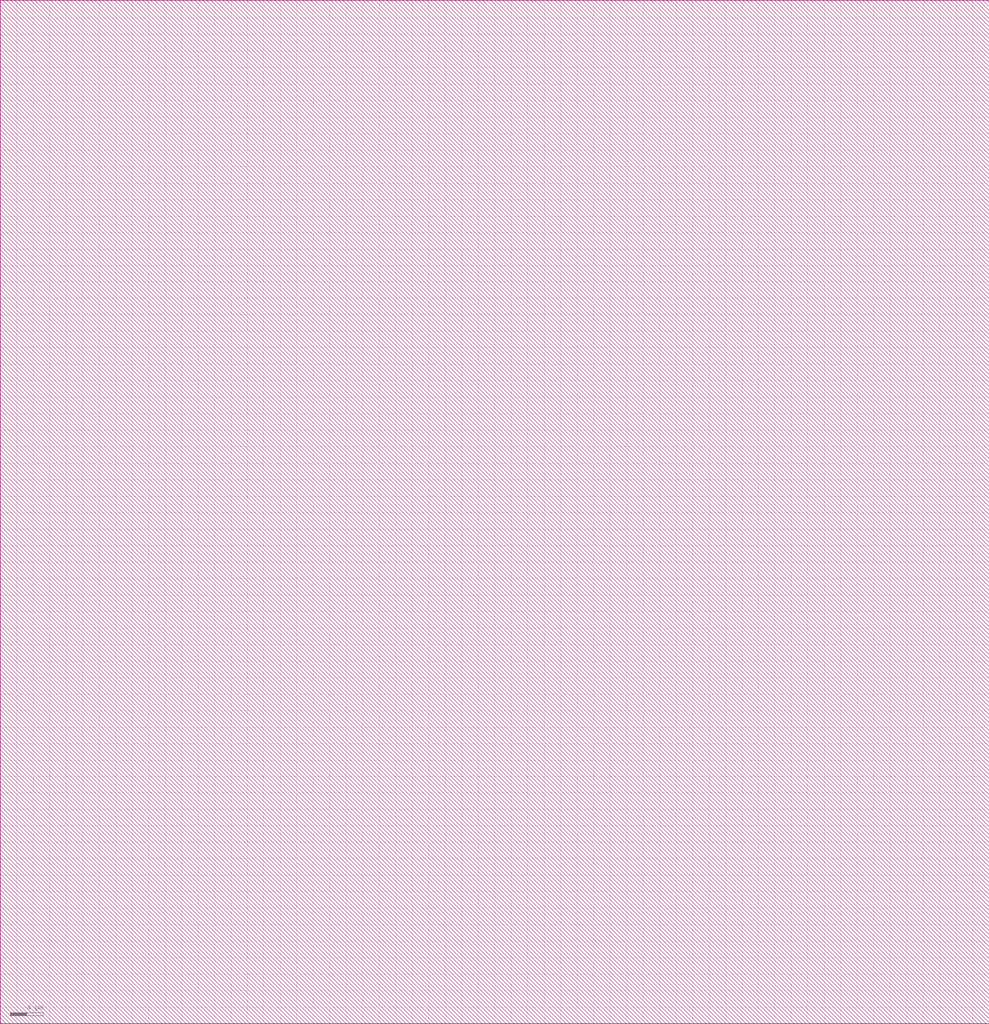
<source format=lef>
VERSION 5.6 ;

BUSBITCHARS "[]" ;

DIVIDERCHAR "/" ;

UNITS
    DATABASE MICRONS 1000 ;
END UNITS

MANUFACTURINGGRID 0.005000 ; 

CLEARANCEMEASURE EUCLIDEAN ; 

USEMINSPACING OBS ON ; 

SITE CoreSite
    CLASS CORE ;
    SIZE 0.600000 BY 0.300000 ;
END CoreSite

LAYER li1
   TYPE ROUTING ;
   DIRECTION VERTICAL ;
   MINWIDTH 0.300000 ;
   AREA 0.056250 ;
   WIDTH 0.300000 ;
   SPACINGTABLE
      PARALLELRUNLENGTH 0.0
      WIDTH 0.0 0.225000 ;
   PITCH 0.600000 0.600000 ;
END li1

LAYER mcon
    TYPE CUT ;
    SPACING 0.225000 ;
    WIDTH 0.300000 ;
    ENCLOSURE ABOVE 0.075000 0.075000 ;
    ENCLOSURE BELOW 0.000000 0.000000 ;
END mcon

LAYER met1
   TYPE ROUTING ;
   DIRECTION HORIZONTAL ;
   MINWIDTH 0.150000 ;
   AREA 0.084375 ;
   WIDTH 0.150000 ;
   SPACINGTABLE
      PARALLELRUNLENGTH 0.0
      WIDTH 0.0 0.150000 ;
   PITCH 0.300000 0.300000 ;
END met1

LAYER v1
    TYPE CUT ;
    SPACING 0.075000 ;
    WIDTH 0.300000 ;
    ENCLOSURE ABOVE 0.075000 0.075000 ;
    ENCLOSURE BELOW 0.075000 0.075000 ;
END v1

LAYER met2
   TYPE ROUTING ;
   DIRECTION VERTICAL ;
   MINWIDTH 0.150000 ;
   AREA 0.073125 ;
   WIDTH 0.150000 ;
   SPACINGTABLE
      PARALLELRUNLENGTH 0.0
      WIDTH 0.0 0.150000 ;
   PITCH 0.300000 0.300000 ;
END met2

LAYER v2
    TYPE CUT ;
    SPACING 0.150000 ;
    WIDTH 0.300000 ;
    ENCLOSURE ABOVE 0.075000 0.075000 ;
    ENCLOSURE BELOW 0.075000 0.000000 ;
END v2

LAYER met3
   TYPE ROUTING ;
   DIRECTION HORIZONTAL ;
   MINWIDTH 0.300000 ;
   AREA 0.241875 ;
   WIDTH 0.300000 ;
   SPACINGTABLE
      PARALLELRUNLENGTH 0.0
      WIDTH 0.0 0.300000 ;
   PITCH 0.600000 0.600000 ;
END met3

LAYER v3
    TYPE CUT ;
    SPACING 0.150000 ;
    WIDTH 0.450000 ;
    ENCLOSURE ABOVE 0.075000 0.075000 ;
    ENCLOSURE BELOW 0.075000 0.000000 ;
END v3

LAYER met4
   TYPE ROUTING ;
   DIRECTION VERTICAL ;
   MINWIDTH 0.300000 ;
   AREA 0.241875 ;
   WIDTH 0.300000 ;
   SPACINGTABLE
      PARALLELRUNLENGTH 0.0
      WIDTH 0.0 0.300000 ;
   PITCH 0.600000 0.600000 ;
END met4

LAYER v4
    TYPE CUT ;
    SPACING 0.450000 ;
    WIDTH 1.200000 ;
    ENCLOSURE ABOVE 0.150000 0.150000 ;
    ENCLOSURE BELOW 0.000000 0.000000 ;
END v4

LAYER met5
   TYPE ROUTING ;
   DIRECTION HORIZONTAL ;
   MINWIDTH 1.650000 ;
   AREA 4.005000 ;
   WIDTH 1.650000 ;
   SPACINGTABLE
      PARALLELRUNLENGTH 0.0
      WIDTH 0.0 1.650000 ;
   PITCH 3.300000 3.300000 ;
END met5

LAYER OVERLAP
   TYPE OVERLAP ;
END OVERLAP

VIA mcon_C DEFAULT
   LAYER li1 ;
     RECT -0.150000 -0.150000 0.150000 0.150000 ;
   LAYER mcon ;
     RECT -0.150000 -0.150000 0.150000 0.150000 ;
   LAYER met1 ;
     RECT -0.225000 -0.225000 0.225000 0.225000 ;
END mcon_C

VIA v1_C DEFAULT
   LAYER met1 ;
     RECT -0.225000 -0.225000 0.225000 0.225000 ;
   LAYER v1 ;
     RECT -0.150000 -0.150000 0.150000 0.150000 ;
   LAYER met2 ;
     RECT -0.225000 -0.225000 0.225000 0.225000 ;
END v1_C

VIA v2_C DEFAULT
   LAYER met2 ;
     RECT -0.150000 -0.225000 0.150000 0.225000 ;
   LAYER v2 ;
     RECT -0.150000 -0.150000 0.150000 0.150000 ;
   LAYER met3 ;
     RECT -0.225000 -0.225000 0.225000 0.225000 ;
END v2_C

VIA v2_Ch
   LAYER met2 ;
     RECT -0.225000 -0.150000 0.225000 0.150000 ;
   LAYER v2 ;
     RECT -0.150000 -0.150000 0.150000 0.150000 ;
   LAYER met3 ;
     RECT -0.225000 -0.225000 0.225000 0.225000 ;
END v2_Ch

VIA v2_Cv
   LAYER met2 ;
     RECT -0.150000 -0.225000 0.150000 0.225000 ;
   LAYER v2 ;
     RECT -0.150000 -0.150000 0.150000 0.150000 ;
   LAYER met3 ;
     RECT -0.225000 -0.225000 0.225000 0.225000 ;
END v2_Cv

VIA v3_C DEFAULT
   LAYER met3 ;
     RECT -0.300000 -0.225000 0.300000 0.225000 ;
   LAYER v3 ;
     RECT -0.225000 -0.225000 0.225000 0.225000 ;
   LAYER met4 ;
     RECT -0.300000 -0.300000 0.300000 0.300000 ;
END v3_C

VIA v3_Ch
   LAYER met3 ;
     RECT -0.300000 -0.225000 0.300000 0.225000 ;
   LAYER v3 ;
     RECT -0.225000 -0.225000 0.225000 0.225000 ;
   LAYER met4 ;
     RECT -0.300000 -0.300000 0.300000 0.300000 ;
END v3_Ch

VIA v3_Cv
   LAYER met3 ;
     RECT -0.300000 -0.225000 0.300000 0.225000 ;
   LAYER v3 ;
     RECT -0.225000 -0.225000 0.225000 0.225000 ;
   LAYER met4 ;
     RECT -0.300000 -0.300000 0.300000 0.300000 ;
END v3_Cv

VIA v4_C DEFAULT
   LAYER met4 ;
     RECT -0.600000 -0.600000 0.600000 0.600000 ;
   LAYER v4 ;
     RECT -0.600000 -0.600000 0.600000 0.600000 ;
   LAYER met5 ;
     RECT -0.750000 -0.750000 0.750000 0.750000 ;
END v4_C

MACRO _0_0std_0_0cells_0_0LATCH
    CLASS CORE ;
    FOREIGN _0_0std_0_0cells_0_0LATCH 0.000000 0.000000 ;
    ORIGIN 0.000000 0.000000 ;
    SIZE 6.600000 BY 3.900000 ;
    SYMMETRY X Y ;
    SITE CoreSite ;
    PIN CLK
        DIRECTION INPUT ;
        USE SIGNAL ;
        PORT
        LAYER li1 ;
        RECT 0.600000 3.300000 0.900000 3.600000 ;
        END
    END CLK
    PIN D
        DIRECTION INPUT ;
        USE SIGNAL ;
        PORT
        LAYER li1 ;
        RECT 2.400000 3.300000 2.700000 3.600000 ;
        END
    END D
    PIN Q
        DIRECTION OUTPUT ;
        USE SIGNAL ;
        PORT
        LAYER li1 ;
        RECT 0.600000 0.300000 0.900000 0.600000 ;
        END
        ANTENNADIFFAREA 0.703125 ;
    END Q
    PIN Vdd
        DIRECTION INPUT ;
        USE POWER ;
        PORT
        LAYER li1 ;
        RECT 4.200000 3.300000 4.500000 3.600000 ;
        END
        ANTENNADIFFAREA 0.590625 ;
    END Vdd
    PIN GND
        DIRECTION INPUT ;
        USE GROUND ;
        PORT
        LAYER li1 ;
        RECT 6.000000 3.300000 6.300000 3.600000 ;
        END
        ANTENNADIFFAREA 0.675000 ;
    END GND
    OBS
      LAYER li1 ;
         RECT 0.600000 1.800000 5.925000 2.025000 ;
    END
END _0_0std_0_0cells_0_0LATCH

MACRO _0_0std_0_0cells_0_0INVX1
    CLASS CORE ;
    FOREIGN _0_0std_0_0cells_0_0INVX1 0.000000 0.000000 ;
    ORIGIN 0.000000 0.000000 ;
    SIZE 2.400000 BY 2.700000 ;
    SYMMETRY X Y ;
    SITE CoreSite ;
    PIN A
        DIRECTION INPUT ;
        USE SIGNAL ;
        PORT
        LAYER li1 ;
        RECT 0.600000 2.100000 0.900000 2.400000 ;
        END
    END A
    PIN Y
        DIRECTION OUTPUT ;
        USE SIGNAL ;
        PORT
        LAYER li1 ;
        RECT 0.600000 0.300000 0.900000 0.600000 ;
        END
        ANTENNADIFFAREA 0.393750 ;
    END Y
    PIN Vdd
        DIRECTION INPUT ;
        USE POWER ;
        PORT
        LAYER li1 ;
        RECT 1.200000 2.100000 1.500000 2.400000 ;
        END
        ANTENNADIFFAREA 0.225000 ;
    END Vdd
    PIN GND
        DIRECTION INPUT ;
        USE GROUND ;
        PORT
        LAYER li1 ;
        RECT 1.800000 2.100000 2.100000 2.400000 ;
        END
        ANTENNADIFFAREA 0.168750 ;
    END GND
END _0_0std_0_0cells_0_0INVX1

MACRO _0_0std_0_0cells_0_0NOR2X1
    CLASS CORE ;
    FOREIGN _0_0std_0_0cells_0_0NOR2X1 0.000000 0.000000 ;
    ORIGIN 0.000000 0.000000 ;
    SIZE 3.000000 BY 3.300000 ;
    SYMMETRY X Y ;
    SITE CoreSite ;
    PIN A
        DIRECTION INPUT ;
        USE SIGNAL ;
        PORT
        LAYER li1 ;
        RECT 0.600000 2.700000 0.900000 3.000000 ;
        END
    END A
    PIN B
        DIRECTION INPUT ;
        USE SIGNAL ;
        PORT
        LAYER li1 ;
        RECT 1.200000 2.700000 1.500000 3.000000 ;
        END
    END B
    PIN Y
        DIRECTION OUTPUT ;
        USE SIGNAL ;
        PORT
        LAYER li1 ;
        RECT 0.600000 0.300000 0.900000 0.600000 ;
        END
        ANTENNADIFFAREA 0.590625 ;
    END Y
    PIN Vdd
        DIRECTION INPUT ;
        USE POWER ;
        PORT
        LAYER li1 ;
        RECT 1.800000 2.700000 2.100000 3.000000 ;
        END
        ANTENNADIFFAREA 0.421875 ;
    END Vdd
    PIN GND
        DIRECTION INPUT ;
        USE GROUND ;
        PORT
        LAYER li1 ;
        RECT 2.400000 2.700000 2.700000 3.000000 ;
        END
        ANTENNADIFFAREA 0.337500 ;
    END GND
END _0_0std_0_0cells_0_0NOR2X1

MACRO _0_0cell_0_0gcelem3x0
    CLASS CORE ;
    FOREIGN _0_0cell_0_0gcelem3x0 0.000000 0.000000 ;
    ORIGIN 0.000000 0.000000 ;
    SIZE 8.400000 BY 3.000000 ;
    SYMMETRY X Y ;
    SITE CoreSite ;
    PIN in_50_6
        DIRECTION INPUT ;
        USE SIGNAL ;
        PORT
        LAYER li1 ;
        RECT 0.600000 2.400000 0.900000 2.700000 ;
        END
    END in_50_6
    PIN in_51_6
        DIRECTION INPUT ;
        USE SIGNAL ;
        PORT
        LAYER li1 ;
        RECT 2.400000 2.400000 2.700000 2.700000 ;
        END
    END in_51_6
    PIN in_52_6
        DIRECTION INPUT ;
        USE SIGNAL ;
        PORT
        LAYER li1 ;
        RECT 4.200000 2.400000 4.500000 2.700000 ;
        END
    END in_52_6
    PIN out
        DIRECTION OUTPUT ;
        USE SIGNAL ;
        PORT
        LAYER li1 ;
        RECT 0.600000 0.300000 0.900000 0.600000 ;
        END
        ANTENNADIFFAREA 0.337500 ;
    END out
    PIN Vdd
        DIRECTION INPUT ;
        USE POWER ;
        PORT
        LAYER li1 ;
        RECT 6.000000 2.400000 6.300000 2.700000 ;
        END
        ANTENNADIFFAREA 0.450000 ;
    END Vdd
    PIN GND
        DIRECTION INPUT ;
        USE GROUND ;
        PORT
        LAYER li1 ;
        RECT 7.800000 2.400000 8.100000 2.700000 ;
        END
        ANTENNADIFFAREA 0.337500 ;
    END GND
END _0_0cell_0_0gcelem3x0

MACRO _0_0std_0_0cells_0_0MUX2X1
    CLASS CORE ;
    FOREIGN _0_0std_0_0cells_0_0MUX2X1 0.000000 0.000000 ;
    ORIGIN 0.000000 0.000000 ;
    SIZE 6.000000 BY 3.600000 ;
    SYMMETRY X Y ;
    SITE CoreSite ;
    PIN A
        DIRECTION INPUT ;
        USE SIGNAL ;
        PORT
        LAYER li1 ;
        RECT 0.600000 3.000000 0.900000 3.300000 ;
        END
    END A
    PIN B
        DIRECTION INPUT ;
        USE SIGNAL ;
        PORT
        LAYER li1 ;
        RECT 1.800000 3.000000 2.100000 3.300000 ;
        END
    END B
    PIN S
        DIRECTION INPUT ;
        USE SIGNAL ;
        PORT
        LAYER li1 ;
        RECT 3.000000 3.000000 3.300000 3.300000 ;
        END
    END S
    PIN Y
        DIRECTION OUTPUT ;
        USE SIGNAL ;
        PORT
        LAYER li1 ;
        RECT 0.600000 0.300000 0.900000 0.600000 ;
        END
        ANTENNADIFFAREA 1.406250 ;
    END Y
    PIN Vdd
        DIRECTION INPUT ;
        USE POWER ;
        PORT
        LAYER li1 ;
        RECT 4.200000 3.000000 4.500000 3.300000 ;
        END
        ANTENNADIFFAREA 0.759375 ;
    END Vdd
    PIN GND
        DIRECTION INPUT ;
        USE GROUND ;
        PORT
        LAYER li1 ;
        RECT 5.400000 3.000000 5.700000 3.300000 ;
        END
        ANTENNADIFFAREA 0.382500 ;
    END GND
END _0_0std_0_0cells_0_0MUX2X1

MACRO _0_0std_0_0cells_0_0NAND2X1
    CLASS CORE ;
    FOREIGN _0_0std_0_0cells_0_0NAND2X1 0.000000 0.000000 ;
    ORIGIN 0.000000 0.000000 ;
    SIZE 3.000000 BY 3.000000 ;
    SYMMETRY X Y ;
    SITE CoreSite ;
    PIN A
        DIRECTION INPUT ;
        USE SIGNAL ;
        PORT
        LAYER li1 ;
        RECT 0.600000 2.400000 0.900000 2.700000 ;
        END
    END A
    PIN B
        DIRECTION INPUT ;
        USE SIGNAL ;
        PORT
        LAYER li1 ;
        RECT 1.200000 2.400000 1.500000 2.700000 ;
        END
    END B
    PIN Y
        DIRECTION OUTPUT ;
        USE SIGNAL ;
        PORT
        LAYER li1 ;
        RECT 0.600000 0.300000 0.900000 0.600000 ;
        END
        ANTENNADIFFAREA 0.506250 ;
    END Y
    PIN Vdd
        DIRECTION INPUT ;
        USE POWER ;
        PORT
        LAYER li1 ;
        RECT 1.800000 2.400000 2.100000 2.700000 ;
        END
        ANTENNADIFFAREA 0.450000 ;
    END Vdd
    PIN GND
        DIRECTION INPUT ;
        USE GROUND ;
        PORT
        LAYER li1 ;
        RECT 2.400000 2.400000 2.700000 2.700000 ;
        END
        ANTENNADIFFAREA 0.281250 ;
    END GND
END _0_0std_0_0cells_0_0NAND2X1

MACRO _0_0std_0_0cells_0_0TIELOX1
    CLASS CORE ;
    FOREIGN _0_0std_0_0cells_0_0TIELOX1 0.000000 0.000000 ;
    ORIGIN 0.000000 0.000000 ;
    SIZE 2.400000 BY 3.000000 ;
    SYMMETRY X Y ;
    SITE CoreSite ;
    PIN Y
        DIRECTION OUTPUT ;
        USE SIGNAL ;
        PORT
        LAYER li1 ;
        RECT 0.600000 0.300000 0.900000 0.600000 ;
        END
        ANTENNADIFFAREA 0.168750 ;
    END Y
    PIN Vdd
        DIRECTION INPUT ;
        USE POWER ;
        PORT
        LAYER li1 ;
        RECT 0.600000 2.400000 0.900000 2.700000 ;
        END
        ANTENNADIFFAREA 0.281250 ;
    END Vdd
    PIN GND
        DIRECTION INPUT ;
        USE GROUND ;
        PORT
        LAYER li1 ;
        RECT 1.800000 2.400000 2.100000 2.700000 ;
        END
        ANTENNADIFFAREA 0.168750 ;
    END GND
END _0_0std_0_0cells_0_0TIELOX1

MACRO _0_0cell_0_0gcelem2x0
    CLASS CORE ;
    FOREIGN _0_0cell_0_0gcelem2x0 0.000000 0.000000 ;
    ORIGIN 0.000000 0.000000 ;
    SIZE 6.600000 BY 3.000000 ;
    SYMMETRY X Y ;
    SITE CoreSite ;
    PIN in_50_6
        DIRECTION INPUT ;
        USE SIGNAL ;
        PORT
        LAYER li1 ;
        RECT 0.600000 2.400000 0.900000 2.700000 ;
        END
    END in_50_6
    PIN in_51_6
        DIRECTION INPUT ;
        USE SIGNAL ;
        PORT
        LAYER li1 ;
        RECT 2.400000 2.400000 2.700000 2.700000 ;
        END
    END in_51_6
    PIN out
        DIRECTION OUTPUT ;
        USE SIGNAL ;
        PORT
        LAYER li1 ;
        RECT 0.600000 0.300000 0.900000 0.600000 ;
        END
        ANTENNADIFFAREA 0.337500 ;
    END out
    PIN Vdd
        DIRECTION INPUT ;
        USE POWER ;
        PORT
        LAYER li1 ;
        RECT 4.200000 2.400000 4.500000 2.700000 ;
        END
        ANTENNADIFFAREA 0.450000 ;
    END Vdd
    PIN GND
        DIRECTION INPUT ;
        USE GROUND ;
        PORT
        LAYER li1 ;
        RECT 6.000000 2.400000 6.300000 2.700000 ;
        END
        ANTENNADIFFAREA 0.337500 ;
    END GND
END _0_0cell_0_0gcelem2x0

MACRO _0_0std_0_0cells_0_0FAX1
    CLASS CORE ;
    FOREIGN _0_0std_0_0cells_0_0FAX1 0.000000 0.000000 ;
    ORIGIN 0.000000 0.000000 ;
    SIZE 10.800000 BY 6.600000 ;
    SYMMETRY X Y ;
    SITE CoreSite ;
    PIN A
        DIRECTION INPUT ;
        USE SIGNAL ;
        PORT
        LAYER li1 ;
        RECT 0.600000 6.000000 0.900000 6.300000 ;
        END
    END A
    PIN B
        DIRECTION INPUT ;
        USE SIGNAL ;
        PORT
        LAYER li1 ;
        RECT 3.000000 6.000000 3.300000 6.300000 ;
        END
    END B
    PIN C
        DIRECTION INPUT ;
        USE SIGNAL ;
        PORT
        LAYER li1 ;
        RECT 5.400000 6.000000 5.700000 6.300000 ;
        END
    END C
    PIN YC
        DIRECTION OUTPUT ;
        USE SIGNAL ;
        PORT
        LAYER li1 ;
        RECT 0.600000 0.300000 0.900000 0.600000 ;
        END
        ANTENNADIFFAREA 0.393750 ;
    END YC
    PIN YS
        DIRECTION OUTPUT ;
        USE SIGNAL ;
        PORT
        LAYER li1 ;
        RECT 5.400000 0.300000 5.700000 0.600000 ;
        END
        ANTENNADIFFAREA 0.393750 ;
    END YS
    PIN Vdd
        DIRECTION INPUT ;
        USE POWER ;
        PORT
        LAYER li1 ;
        RECT 7.800000 6.000000 8.100000 6.300000 ;
        END
        ANTENNADIFFAREA 2.610000 ;
    END Vdd
    PIN GND
        DIRECTION INPUT ;
        USE GROUND ;
        PORT
        LAYER li1 ;
        RECT 10.200000 6.000000 10.500000 6.300000 ;
        END
        ANTENNADIFFAREA 1.856250 ;
    END GND
    OBS
      LAYER li1 ;
         RECT 0.600000 1.800000 10.125000 4.725000 ;
    END
END _0_0std_0_0cells_0_0FAX1

MACRO _0_0std_0_0cells_0_0TIEHIX1
    CLASS CORE ;
    FOREIGN _0_0std_0_0cells_0_0TIEHIX1 0.000000 0.000000 ;
    ORIGIN 0.000000 0.000000 ;
    SIZE 2.400000 BY 3.000000 ;
    SYMMETRY X Y ;
    SITE CoreSite ;
    PIN Y
        DIRECTION OUTPUT ;
        USE SIGNAL ;
        PORT
        LAYER li1 ;
        RECT 0.600000 0.300000 0.900000 0.600000 ;
        END
        ANTENNADIFFAREA 0.281250 ;
    END Y
    PIN Vdd
        DIRECTION INPUT ;
        USE POWER ;
        PORT
        LAYER li1 ;
        RECT 0.600000 2.400000 0.900000 2.700000 ;
        END
        ANTENNADIFFAREA 0.281250 ;
    END Vdd
    PIN GND
        DIRECTION INPUT ;
        USE GROUND ;
        PORT
        LAYER li1 ;
        RECT 1.800000 2.400000 2.100000 2.700000 ;
        END
        ANTENNADIFFAREA 0.168750 ;
    END GND
END _0_0std_0_0cells_0_0TIEHIX1

MACRO _0_0std_0_0cells_0_0NOR2X2
    CLASS CORE ;
    FOREIGN _0_0std_0_0cells_0_0NOR2X2 0.000000 0.000000 ;
    ORIGIN 0.000000 0.000000 ;
    SIZE 3.000000 BY 4.800000 ;
    SYMMETRY X Y ;
    SITE CoreSite ;
    PIN A
        DIRECTION INPUT ;
        USE SIGNAL ;
        PORT
        LAYER li1 ;
        RECT 0.600000 4.200000 0.900000 4.500000 ;
        END
    END A
    PIN B
        DIRECTION INPUT ;
        USE SIGNAL ;
        PORT
        LAYER li1 ;
        RECT 1.200000 4.200000 1.500000 4.500000 ;
        END
    END B
    PIN Y
        DIRECTION OUTPUT ;
        USE SIGNAL ;
        PORT
        LAYER li1 ;
        RECT 0.600000 0.300000 0.900000 0.600000 ;
        END
        ANTENNADIFFAREA 1.125000 ;
    END Y
    PIN Vdd
        DIRECTION INPUT ;
        USE POWER ;
        PORT
        LAYER li1 ;
        RECT 1.800000 4.200000 2.100000 4.500000 ;
        END
        ANTENNADIFFAREA 0.843750 ;
    END Vdd
    PIN GND
        DIRECTION INPUT ;
        USE GROUND ;
        PORT
        LAYER li1 ;
        RECT 2.400000 4.200000 2.700000 4.500000 ;
        END
        ANTENNADIFFAREA 0.562500 ;
    END GND
    OBS
      LAYER li1 ;
         RECT 0.600000 1.800000 2.325000 2.925000 ;
    END
END _0_0std_0_0cells_0_0NOR2X2

MACRO _0_0std_0_0cells_0_0LATCHINV
    CLASS CORE ;
    FOREIGN _0_0std_0_0cells_0_0LATCHINV 0.000000 0.000000 ;
    ORIGIN 0.000000 0.000000 ;
    SIZE 6.000000 BY 3.900000 ;
    SYMMETRY X Y ;
    SITE CoreSite ;
    PIN CLK
        DIRECTION INPUT ;
        USE SIGNAL ;
        PORT
        LAYER li1 ;
        RECT 0.600000 3.300000 0.900000 3.600000 ;
        END
    END CLK
    PIN D
        DIRECTION INPUT ;
        USE SIGNAL ;
        PORT
        LAYER li1 ;
        RECT 1.800000 3.300000 2.100000 3.600000 ;
        END
    END D
    PIN q
        DIRECTION INPUT ;
        USE SIGNAL ;
        PORT
        LAYER li1 ;
        RECT 3.000000 3.300000 3.300000 3.600000 ;
        END
    END q
    PIN __q
        DIRECTION OUTPUT ;
        USE SIGNAL ;
        PORT
        LAYER li1 ;
        RECT 0.600000 0.300000 0.900000 0.600000 ;
        END
        ANTENNADIFFAREA 1.406250 ;
    END __q
    PIN Vdd
        DIRECTION INPUT ;
        USE POWER ;
        PORT
        LAYER li1 ;
        RECT 4.200000 3.300000 4.500000 3.600000 ;
        END
        ANTENNADIFFAREA 0.731250 ;
    END Vdd
    PIN GND
        DIRECTION INPUT ;
        USE GROUND ;
        PORT
        LAYER li1 ;
        RECT 5.400000 3.300000 5.700000 3.600000 ;
        END
        ANTENNADIFFAREA 0.562500 ;
    END GND
    OBS
      LAYER li1 ;
         RECT 0.600000 1.800000 5.325000 2.025000 ;
    END
END _0_0std_0_0cells_0_0LATCHINV

MACRO welltap_svt
    CLASS CORE WELLTAP ;
    FOREIGN welltap_svt 0.000000 0.000000 ;
    ORIGIN 0.000000 0.000000 ;
    SIZE 1.200000 BY 2.100000 ;
    SYMMETRY X Y ;
    SITE CoreSite ;
    PIN Vdd
        DIRECTION INPUT ;
        USE POWER ;
        PORT
        LAYER li1 ;
        RECT 0.600000 1.500000 0.900000 1.800000 ;
        END
    END Vdd
    PIN GND
        DIRECTION INPUT ;
        USE GROUND ;
        PORT
        LAYER li1 ;
        RECT 0.600000 0.300000 0.900000 0.600000 ;
        END
    END GND
END welltap_svt

MACRO circuitppnp
   CLASS CORE ;
   FOREIGN circuitppnp 0.000000 0.000000 ;
   ORIGIN 0.000000 0.000000 ; 
   SIZE 120.000000 BY 124.200000 ; 
   SYMMETRY X Y ;
   SITE CoreSite ;
END circuitppnp

MACRO circuitwell
   CLASS CORE ;
   FOREIGN circuitwell 0.000000 0.000000 ;
   ORIGIN 0.000000 0.000000 ; 
   SIZE 120.000000 BY 124.200000 ; 
   SYMMETRY X Y ;
   SITE CoreSite ;
END circuitwell


</source>
